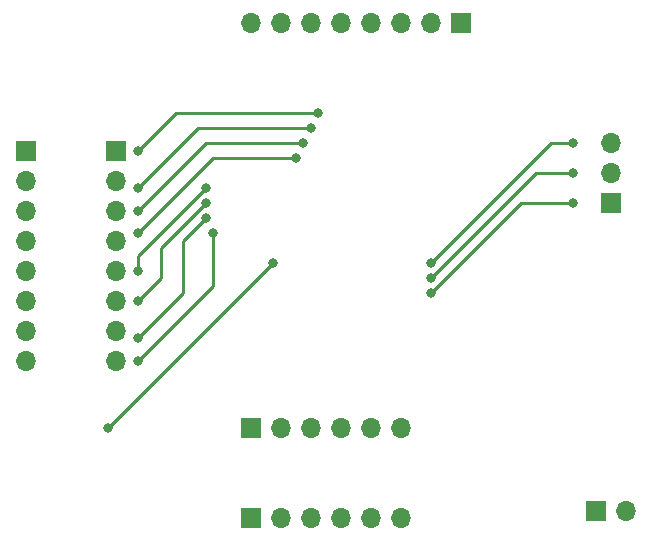
<source format=gbr>
G04 #@! TF.GenerationSoftware,KiCad,Pcbnew,(5.0.0-3-g5ebb6b6)*
G04 #@! TF.CreationDate,2021-02-23T05:46:04-05:00*
G04 #@! TF.ProjectId,PIC16F74Breakout,5049433136463734427265616B6F7574,rev?*
G04 #@! TF.SameCoordinates,Original*
G04 #@! TF.FileFunction,Copper,L2,Bot,Signal*
G04 #@! TF.FilePolarity,Positive*
%FSLAX46Y46*%
G04 Gerber Fmt 4.6, Leading zero omitted, Abs format (unit mm)*
G04 Created by KiCad (PCBNEW (5.0.0-3-g5ebb6b6)) date Tuesday, February 23, 2021 at 05:46:04 AM*
%MOMM*%
%LPD*%
G01*
G04 APERTURE LIST*
G04 #@! TA.AperFunction,ComponentPad*
%ADD10R,1.700000X1.700000*%
G04 #@! TD*
G04 #@! TA.AperFunction,ComponentPad*
%ADD11O,1.700000X1.700000*%
G04 #@! TD*
G04 #@! TA.AperFunction,ViaPad*
%ADD12C,0.800000*%
G04 #@! TD*
G04 #@! TA.AperFunction,Conductor*
%ADD13C,0.250000*%
G04 #@! TD*
G04 APERTURE END LIST*
D10*
G04 #@! TO.P,J1,1*
G04 #@! TO.N,Net-(IC1-Pad18)*
X135890000Y-116205000D03*
D11*
G04 #@! TO.P,J1,2*
G04 #@! TO.N,Net-(IC1-Pad7)*
X138430000Y-116205000D03*
G04 #@! TO.P,J1,3*
G04 #@! TO.N,GND*
X140970000Y-116205000D03*
G04 #@! TO.P,J1,4*
G04 #@! TO.N,Net-(IC1-Pad17)*
X143510000Y-116205000D03*
G04 #@! TO.P,J1,5*
G04 #@! TO.N,Net-(IC1-Pad16)*
X146050000Y-116205000D03*
G04 #@! TO.P,J1,6*
G04 #@! TO.N,Net-(IC1-Pad11)*
X148590000Y-116205000D03*
G04 #@! TD*
D10*
G04 #@! TO.P,J2,1*
G04 #@! TO.N,Net-(J2-Pad1)*
X165100000Y-115570000D03*
D11*
G04 #@! TO.P,J2,2*
G04 #@! TO.N,GND*
X167640000Y-115570000D03*
G04 #@! TD*
D10*
G04 #@! TO.P,J3,1*
G04 #@! TO.N,Net-(IC1-Pad8)*
X116840000Y-85090000D03*
D11*
G04 #@! TO.P,J3,2*
G04 #@! TO.N,Net-(IC1-Pad9)*
X116840000Y-87630000D03*
G04 #@! TO.P,J3,3*
G04 #@! TO.N,Net-(IC1-Pad10)*
X116840000Y-90170000D03*
G04 #@! TO.P,J3,4*
G04 #@! TO.N,Net-(IC1-Pad11)*
X116840000Y-92710000D03*
G04 #@! TO.P,J3,5*
G04 #@! TO.N,Net-(IC1-Pad14)*
X116840000Y-95250000D03*
G04 #@! TO.P,J3,6*
G04 #@! TO.N,Net-(IC1-Pad15)*
X116840000Y-97790000D03*
G04 #@! TO.P,J3,7*
G04 #@! TO.N,Net-(IC1-Pad16)*
X116840000Y-100330000D03*
G04 #@! TO.P,J3,8*
G04 #@! TO.N,Net-(IC1-Pad17)*
X116840000Y-102870000D03*
G04 #@! TD*
G04 #@! TO.P,J4,6*
G04 #@! TO.N,Net-(IC1-Pad24)*
X148590000Y-108585000D03*
G04 #@! TO.P,J4,5*
G04 #@! TO.N,Net-(IC1-Pad23)*
X146050000Y-108585000D03*
G04 #@! TO.P,J4,4*
G04 #@! TO.N,Net-(IC1-Pad22)*
X143510000Y-108585000D03*
G04 #@! TO.P,J4,3*
G04 #@! TO.N,Net-(IC1-Pad21)*
X140970000Y-108585000D03*
G04 #@! TO.P,J4,2*
G04 #@! TO.N,Net-(IC1-Pad20)*
X138430000Y-108585000D03*
D10*
G04 #@! TO.P,J4,1*
G04 #@! TO.N,Net-(IC1-Pad19)*
X135890000Y-108585000D03*
G04 #@! TD*
G04 #@! TO.P,J5,1*
G04 #@! TO.N,Net-(IC1-Pad38)*
X124460000Y-85090000D03*
D11*
G04 #@! TO.P,J5,2*
G04 #@! TO.N,Net-(IC1-Pad39)*
X124460000Y-87630000D03*
G04 #@! TO.P,J5,3*
G04 #@! TO.N,Net-(IC1-Pad40)*
X124460000Y-90170000D03*
G04 #@! TO.P,J5,4*
G04 #@! TO.N,Net-(IC1-Pad41)*
X124460000Y-92710000D03*
G04 #@! TO.P,J5,5*
G04 #@! TO.N,Net-(IC1-Pad2)*
X124460000Y-95250000D03*
G04 #@! TO.P,J5,6*
G04 #@! TO.N,Net-(IC1-Pad3)*
X124460000Y-97790000D03*
G04 #@! TO.P,J5,7*
G04 #@! TO.N,Net-(IC1-Pad4)*
X124460000Y-100330000D03*
G04 #@! TO.P,J5,8*
G04 #@! TO.N,Net-(IC1-Pad5)*
X124460000Y-102870000D03*
G04 #@! TD*
G04 #@! TO.P,J6,8*
G04 #@! TO.N,Net-(IC1-Pad1)*
X135890000Y-74295000D03*
G04 #@! TO.P,J6,7*
G04 #@! TO.N,Net-(IC1-Pad44)*
X138430000Y-74295000D03*
G04 #@! TO.P,J6,6*
G04 #@! TO.N,Net-(IC1-Pad43)*
X140970000Y-74295000D03*
G04 #@! TO.P,J6,5*
G04 #@! TO.N,Net-(IC1-Pad42)*
X143510000Y-74295000D03*
G04 #@! TO.P,J6,4*
G04 #@! TO.N,Net-(IC1-Pad37)*
X146050000Y-74295000D03*
G04 #@! TO.P,J6,3*
G04 #@! TO.N,Net-(IC1-Pad36)*
X148590000Y-74295000D03*
G04 #@! TO.P,J6,2*
G04 #@! TO.N,Net-(IC1-Pad35)*
X151130000Y-74295000D03*
D10*
G04 #@! TO.P,J6,1*
G04 #@! TO.N,Net-(IC1-Pad32)*
X153670000Y-74295000D03*
G04 #@! TD*
G04 #@! TO.P,J7,1*
G04 #@! TO.N,Net-(IC1-Pad25)*
X166370000Y-89535000D03*
D11*
G04 #@! TO.P,J7,2*
G04 #@! TO.N,Net-(IC1-Pad26)*
X166370000Y-86995000D03*
G04 #@! TO.P,J7,3*
G04 #@! TO.N,Net-(IC1-Pad27)*
X166370000Y-84455000D03*
G04 #@! TD*
D12*
G04 #@! TO.N,Net-(IC1-Pad2)*
X126365000Y-95250000D03*
X132080000Y-88265000D03*
G04 #@! TO.N,Net-(IC1-Pad3)*
X126365000Y-97790000D03*
X132080000Y-89535000D03*
G04 #@! TO.N,Net-(IC1-Pad4)*
X126365000Y-100965000D03*
X132080000Y-90805000D03*
G04 #@! TO.N,Net-(IC1-Pad5)*
X126365000Y-102870000D03*
X132715000Y-92075000D03*
G04 #@! TO.N,Net-(IC1-Pad7)*
X137795000Y-94615000D03*
X123825000Y-108585000D03*
G04 #@! TO.N,Net-(IC1-Pad25)*
X163195000Y-89535000D03*
X151130000Y-97155000D03*
G04 #@! TO.N,Net-(IC1-Pad26)*
X163195000Y-86995000D03*
X151130000Y-95885000D03*
G04 #@! TO.N,Net-(IC1-Pad27)*
X163195000Y-84455000D03*
X151130000Y-94615000D03*
G04 #@! TO.N,Net-(IC1-Pad38)*
X141605000Y-81915000D03*
X126365000Y-85090000D03*
G04 #@! TO.N,Net-(IC1-Pad39)*
X140970000Y-83185000D03*
X126365000Y-88265000D03*
G04 #@! TO.N,Net-(IC1-Pad40)*
X140335000Y-84455000D03*
X126365000Y-90170000D03*
G04 #@! TO.N,Net-(IC1-Pad41)*
X139700000Y-85725000D03*
X126365000Y-92075000D03*
G04 #@! TD*
D13*
G04 #@! TO.N,Net-(IC1-Pad2)*
X126365000Y-93980000D02*
X126365000Y-95250000D01*
X132080000Y-88265000D02*
X126365000Y-93980000D01*
G04 #@! TO.N,Net-(IC1-Pad3)*
X128270000Y-93345000D02*
X128270000Y-95885000D01*
X126764999Y-97390001D02*
X126365000Y-97790000D01*
X128270000Y-95885000D02*
X126764999Y-97390001D01*
X132080000Y-89535000D02*
X128270000Y-93345000D01*
G04 #@! TO.N,Net-(IC1-Pad4)*
X126764999Y-100565001D02*
X126365000Y-100965000D01*
X130175000Y-92710000D02*
X130175000Y-97155000D01*
X130175000Y-97155000D02*
X126764999Y-100565001D01*
X132080000Y-90805000D02*
X130175000Y-92710000D01*
G04 #@! TO.N,Net-(IC1-Pad5)*
X132715000Y-96520000D02*
X126365000Y-102870000D01*
X132715000Y-92075000D02*
X132715000Y-96520000D01*
G04 #@! TO.N,Net-(IC1-Pad7)*
X137795000Y-94615000D02*
X123825000Y-108585000D01*
G04 #@! TO.N,Net-(IC1-Pad25)*
X158750000Y-89535000D02*
X151130000Y-97155000D01*
X163195000Y-89535000D02*
X158750000Y-89535000D01*
G04 #@! TO.N,Net-(IC1-Pad26)*
X160020000Y-86995000D02*
X151130000Y-95885000D01*
X163195000Y-86995000D02*
X160020000Y-86995000D01*
G04 #@! TO.N,Net-(IC1-Pad27)*
X161290000Y-84455000D02*
X151130000Y-94615000D01*
X163195000Y-84455000D02*
X161290000Y-84455000D01*
G04 #@! TO.N,Net-(IC1-Pad38)*
X129540000Y-81915000D02*
X126365000Y-85090000D01*
X141605000Y-81915000D02*
X129540000Y-81915000D01*
G04 #@! TO.N,Net-(IC1-Pad39)*
X131445000Y-83185000D02*
X126365000Y-88265000D01*
X140970000Y-83185000D02*
X131445000Y-83185000D01*
G04 #@! TO.N,Net-(IC1-Pad40)*
X132080000Y-84455000D02*
X126365000Y-90170000D01*
X140335000Y-84455000D02*
X132080000Y-84455000D01*
G04 #@! TO.N,Net-(IC1-Pad41)*
X132715000Y-85725000D02*
X126365000Y-92075000D01*
X139700000Y-85725000D02*
X132715000Y-85725000D01*
G04 #@! TD*
M02*

</source>
